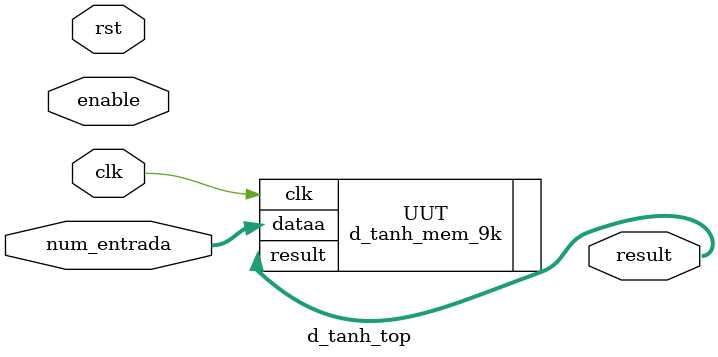
<source format=v>
module d_tanh_top(
  input clk,
  input rst,
  input enable,
  input [31:0] num_entrada,
  output [31:0] result);
  
  d_tanh_mem_9k UUT (.clk(clk),
                   .result(result),
                   .dataa(num_entrada)); 

endmodule



</source>
